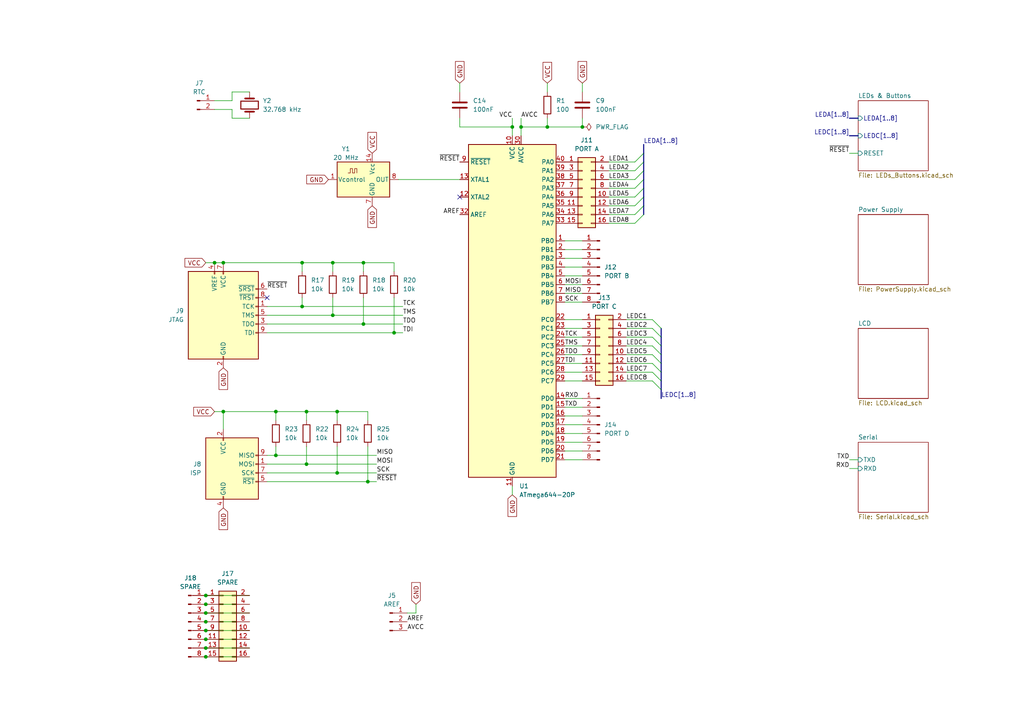
<source format=kicad_sch>
(kicad_sch (version 20211123) (generator eeschema)
  (paper "A4")
  (lib_symbols
    (symbol "Connector:AVR-ISP-10" (pin_names (offset 1.016))
      (property "Reference" "J" (at -6.35 11.43 0))
      (property "Value" "AVR-ISP-10" (at 0 11.43 0))
      (symbol "AVR-ISP-10_0_1"
        (rectangle (start -2.667 -6.858) (end -2.413 -7.62))
        (rectangle (start -2.667 10.16) (end -2.413 9.398))
        (rectangle (start 7.62 -2.413) (end 6.858 -2.667))
        (rectangle (start 7.62 0.127) (end 6.858 -0.127))
        (rectangle (start 7.62 2.667) (end 6.858 2.413))
        (rectangle (start 7.62 5.207) (end 6.858 4.953))
        (rectangle (start 7.62 10.16) (end -7.62 -7.62) (stroke (width 0.254)) (fill (type background)))
      )
      (symbol "AVR-ISP-10_1_1"
        (pin passive line (at 10.16 2.54 180) (length 2.54) (name "MOSI") (number "1"))
        (pin passive line (at -2.54 -10.16 90) (length 2.54) hide (name "GND") (number "10"))
        (pin passive line (at -2.54 12.7 270) (length 2.54) (name "VCC") (number "2"))
        (pin no_connect line (at 7.62 -5.08 180) (length 2.54) hide (name "NC") (number "3"))
        (pin passive line (at -2.54 -10.16 90) (length 2.54) (name "GND") (number "4"))
        (pin passive line (at 10.16 -2.54 180) (length 2.54) (name "~{RST}") (number "5"))
        (pin passive line (at -2.54 -10.16 90) (length 2.54) hide (name "GND") (number "6"))
        (pin passive line (at 10.16 0 180) (length 2.54) (name "SCK") (number "7"))
        (pin passive line (at -2.54 -10.16 90) (length 2.54) hide (name "GND") (number "8"))
        (pin passive line (at 10.16 5.08 180) (length 2.54) (name "MISO") (number "9"))
      )
    )
    (symbol "Connector:AVR-JTAG-10" (pin_names (offset 1.016))
      (property "Reference" "J" (at -8.89 13.97 0))
      (property "Value" "AVR-JTAG-10" (at 1.27 13.97 0))
      (symbol "AVR-JTAG-10_0_1"
        (rectangle (start -2.667 12.7) (end -2.413 11.938))
        (rectangle (start -0.127 -11.938) (end 0.127 -12.7))
        (rectangle (start -0.127 12.7) (end 0.127 11.938))
        (rectangle (start 10.16 -4.953) (end 9.398 -5.207))
        (rectangle (start 10.16 -2.413) (end 9.398 -2.667))
        (rectangle (start 10.16 0.127) (end 9.398 -0.127))
        (rectangle (start 10.16 2.667) (end 9.398 2.413))
        (rectangle (start 10.16 5.207) (end 9.398 4.953))
        (rectangle (start 10.16 7.747) (end 9.398 7.493))
        (rectangle (start 10.16 12.7) (end -10.16 -12.7) (stroke (width 0.254)) (fill (type background)))
      )
      (symbol "AVR-JTAG-10_1_1"
        (pin passive line (at 12.7 2.54 180) (length 2.54) (name "TCK") (number "1"))
        (pin passive line (at 0 -15.24 90) (length 2.54) hide (name "GND") (number "10"))
        (pin passive line (at 0 -15.24 90) (length 2.54) (name "GND") (number "2"))
        (pin passive line (at 12.7 -2.54 180) (length 2.54) (name "TDO") (number "3"))
        (pin passive line (at -2.54 15.24 270) (length 2.54) (name "VREF") (number "4"))
        (pin passive line (at 12.7 0 180) (length 2.54) (name "TMS") (number "5"))
        (pin passive line (at 12.7 7.62 180) (length 2.54) (name "~{SRST}") (number "6"))
        (pin passive line (at 0 15.24 270) (length 2.54) (name "VCC") (number "7"))
        (pin passive line (at 12.7 5.08 180) (length 2.54) (name "~{TRST}") (number "8"))
        (pin passive line (at 12.7 -5.08 180) (length 2.54) (name "TDI") (number "9"))
      )
    )
    (symbol "Connector:Conn_01x02_Male" (pin_names (offset 1.016) hide)
      (property "Reference" "J" (at 0 2.54 0))
      (property "Value" "Conn_01x02_Male" (at 0 -5.08 0))
      (symbol "Conn_01x02_Male_1_1"
        (polyline (pts (xy 1.27 -2.54) (xy 0.8636 -2.54)) (stroke (width 0.1524)))
        (polyline (pts (xy 1.27 0) (xy 0.8636 0)) (stroke (width 0.1524)))
        (rectangle (start 0.8636 -2.413) (end 0 -2.667) (stroke (width 0.1524)) (fill (type outline)))
        (rectangle (start 0.8636 0.127) (end 0 -0.127) (stroke (width 0.1524)) (fill (type outline)))
        (pin passive line (at 5.08 0 180) (length 3.81) (name "Pin_1") (number "1"))
        (pin passive line (at 5.08 -2.54 180) (length 3.81) (name "Pin_2") (number "2"))
      )
    )
    (symbol "Connector:Conn_01x03_Male" (pin_names (offset 1.016) hide)
      (property "Reference" "J" (at 0 5.08 0))
      (property "Value" "Conn_01x03_Male" (at 0 -5.08 0))
      (symbol "Conn_01x03_Male_1_1"
        (polyline (pts (xy 1.27 -2.54) (xy 0.8636 -2.54)) (stroke (width 0.1524)))
        (polyline (pts (xy 1.27 0) (xy 0.8636 0)) (stroke (width 0.1524)))
        (polyline (pts (xy 1.27 2.54) (xy 0.8636 2.54)) (stroke (width 0.1524)))
        (rectangle (start 0.8636 -2.413) (end 0 -2.667) (stroke (width 0.1524)) (fill (type outline)))
        (rectangle (start 0.8636 0.127) (end 0 -0.127) (stroke (width 0.1524)) (fill (type outline)))
        (rectangle (start 0.8636 2.667) (end 0 2.413) (stroke (width 0.1524)) (fill (type outline)))
        (pin passive line (at 5.08 2.54 180) (length 3.81) (name "Pin_1") (number "1"))
        (pin passive line (at 5.08 0 180) (length 3.81) (name "Pin_2") (number "2"))
        (pin passive line (at 5.08 -2.54 180) (length 3.81) (name "Pin_3") (number "3"))
      )
    )
    (symbol "Connector:Conn_01x08_Male" (pin_names (offset 1.016) hide)
      (property "Reference" "J" (at 0 10.16 0))
      (property "Value" "Conn_01x08_Male" (at 0 -12.7 0))
      (symbol "Conn_01x08_Male_1_1"
        (polyline (pts (xy 1.27 -10.16) (xy 0.8636 -10.16)) (stroke (width 0.1524)))
        (polyline (pts (xy 1.27 -7.62) (xy 0.8636 -7.62)) (stroke (width 0.1524)))
        (polyline (pts (xy 1.27 -5.08) (xy 0.8636 -5.08)) (stroke (width 0.1524)))
        (polyline (pts (xy 1.27 -2.54) (xy 0.8636 -2.54)) (stroke (width 0.1524)))
        (polyline (pts (xy 1.27 0) (xy 0.8636 0)) (stroke (width 0.1524)))
        (polyline (pts (xy 1.27 2.54) (xy 0.8636 2.54)) (stroke (width 0.1524)))
        (polyline (pts (xy 1.27 5.08) (xy 0.8636 5.08)) (stroke (width 0.1524)))
        (polyline (pts (xy 1.27 7.62) (xy 0.8636 7.62)) (stroke (width 0.1524)))
        (rectangle (start 0.8636 -10.033) (end 0 -10.287) (stroke (width 0.1524)) (fill (type outline)))
        (rectangle (start 0.8636 -7.493) (end 0 -7.747) (stroke (width 0.1524)) (fill (type outline)))
        (rectangle (start 0.8636 -4.953) (end 0 -5.207) (stroke (width 0.1524)) (fill (type outline)))
        (rectangle (start 0.8636 -2.413) (end 0 -2.667) (stroke (width 0.1524)) (fill (type outline)))
        (rectangle (start 0.8636 0.127) (end 0 -0.127) (stroke (width 0.1524)) (fill (type outline)))
        (rectangle (start 0.8636 2.667) (end 0 2.413) (stroke (width 0.1524)) (fill (type outline)))
        (rectangle (start 0.8636 5.207) (end 0 4.953) (stroke (width 0.1524)) (fill (type outline)))
        (rectangle (start 0.8636 7.747) (end 0 7.493) (stroke (width 0.1524)) (fill (type outline)))
        (pin passive line (at 5.08 7.62 180) (length 3.81) (name "Pin_1") (number "1"))
        (pin passive line (at 5.08 5.08 180) (length 3.81) (name "Pin_2") (number "2"))
        (pin passive line (at 5.08 2.54 180) (length 3.81) (name "Pin_3") (number "3"))
        (pin passive line (at 5.08 0 180) (length 3.81) (name "Pin_4") (number "4"))
        (pin passive line (at 5.08 -2.54 180) (length 3.81) (name "Pin_5") (number "5"))
        (pin passive line (at 5.08 -5.08 180) (length 3.81) (name "Pin_6") (number "6"))
        (pin passive line (at 5.08 -7.62 180) (length 3.81) (name "Pin_7") (number "7"))
        (pin passive line (at 5.08 -10.16 180) (length 3.81) (name "Pin_8") (number "8"))
      )
    )
    (symbol "Connector_Generic:Conn_02x08_Odd_Even" (pin_names (offset 1.016) hide)
      (property "Reference" "J" (at 1.27 10.16 0))
      (property "Value" "Conn_02x08_Odd_Even" (at 1.27 -12.7 0))
      (symbol "Conn_02x08_Odd_Even_1_1"
        (rectangle (start -1.27 -10.033) (end 0 -10.287) (stroke (width 0.1524)))
        (rectangle (start -1.27 -7.493) (end 0 -7.747) (stroke (width 0.1524)))
        (rectangle (start -1.27 -4.953) (end 0 -5.207) (stroke (width 0.1524)))
        (rectangle (start -1.27 -2.413) (end 0 -2.667) (stroke (width 0.1524)))
        (rectangle (start -1.27 0.127) (end 0 -0.127) (stroke (width 0.1524)))
        (rectangle (start -1.27 2.667) (end 0 2.413) (stroke (width 0.1524)))
        (rectangle (start -1.27 5.207) (end 0 4.953) (stroke (width 0.1524)))
        (rectangle (start -1.27 7.747) (end 0 7.493) (stroke (width 0.1524)))
        (rectangle (start -1.27 8.89) (end 3.81 -11.43) (stroke (width 0.254)) (fill (type background)))
        (rectangle (start 3.81 -10.033) (end 2.54 -10.287) (stroke (width 0.1524)))
        (rectangle (start 3.81 -7.493) (end 2.54 -7.747) (stroke (width 0.1524)))
        (rectangle (start 3.81 -4.953) (end 2.54 -5.207) (stroke (width 0.1524)))
        (rectangle (start 3.81 -2.413) (end 2.54 -2.667) (stroke (width 0.1524)))
        (rectangle (start 3.81 0.127) (end 2.54 -0.127) (stroke (width 0.1524)))
        (rectangle (start 3.81 2.667) (end 2.54 2.413) (stroke (width 0.1524)))
        (rectangle (start 3.81 5.207) (end 2.54 4.953) (stroke (width 0.1524)))
        (rectangle (start 3.81 7.747) (end 2.54 7.493) (stroke (width 0.1524)))
        (pin passive line (at -5.08 7.62 0) (length 3.81) (name "Pin_1") (number "1"))
        (pin passive line (at 7.62 -2.54 180) (length 3.81) (name "Pin_10") (number "10"))
        (pin passive line (at -5.08 -5.08 0) (length 3.81) (name "Pin_11") (number "11"))
        (pin passive line (at 7.62 -5.08 180) (length 3.81) (name "Pin_12") (number "12"))
        (pin passive line (at -5.08 -7.62 0) (length 3.81) (name "Pin_13") (number "13"))
        (pin passive line (at 7.62 -7.62 180) (length 3.81) (name "Pin_14") (number "14"))
        (pin passive line (at -5.08 -10.16 0) (length 3.81) (name "Pin_15") (number "15"))
        (pin passive line (at 7.62 -10.16 180) (length 3.81) (name "Pin_16") (number "16"))
        (pin passive line (at 7.62 7.62 180) (length 3.81) (name "Pin_2") (number "2"))
        (pin passive line (at -5.08 5.08 0) (length 3.81) (name "Pin_3") (number "3"))
        (pin passive line (at 7.62 5.08 180) (length 3.81) (name "Pin_4") (number "4"))
        (pin passive line (at -5.08 2.54 0) (length 3.81) (name "Pin_5") (number "5"))
        (pin passive line (at 7.62 2.54 180) (length 3.81) (name "Pin_6") (number "6"))
        (pin passive line (at -5.08 0 0) (length 3.81) (name "Pin_7") (number "7"))
        (pin passive line (at 7.62 0 180) (length 3.81) (name "Pin_8") (number "8"))
        (pin passive line (at -5.08 -2.54 0) (length 3.81) (name "Pin_9") (number "9"))
      )
    )
    (symbol "Device:C" (pin_numbers hide) (pin_names (offset 0.254))
      (property "Reference" "C" (at 0.635 2.54 0))
      (property "Value" "C" (at 0.635 -2.54 0))
      (symbol "C_0_1"
        (polyline (pts (xy -2.032 -0.762) (xy 2.032 -0.762)) (stroke (width 0.508)))
        (polyline (pts (xy -2.032 0.762) (xy 2.032 0.762)) (stroke (width 0.508)))
      )
      (symbol "C_1_1"
        (pin passive line (at 0 3.81 270) (length 2.794) (name "~") (number "1"))
        (pin passive line (at 0 -3.81 90) (length 2.794) (name "~") (number "2"))
      )
    )
    (symbol "Device:Crystal" (pin_numbers hide) (pin_names (offset 1.016) hide)
      (property "Reference" "Y" (at 0 3.81 0))
      (property "Value" "Crystal" (at 0 -3.81 0))
      (symbol "Crystal_0_1"
        (rectangle (start -1.143 2.54) (end 1.143 -2.54) (stroke (width 0.3048)))
        (polyline (pts (xy -2.54 0) (xy -1.905 0)))
        (polyline (pts (xy -1.905 -1.27) (xy -1.905 1.27)) (stroke (width 0.508)))
        (polyline (pts (xy 1.905 -1.27) (xy 1.905 1.27)) (stroke (width 0.508)))
        (polyline (pts (xy 2.54 0) (xy 1.905 0)))
      )
      (symbol "Crystal_1_1"
        (pin passive line (at -3.81 0 0) (length 1.27) (name "1") (number "1"))
        (pin passive line (at 3.81 0 180) (length 1.27) (name "2") (number "2"))
      )
    )
    (symbol "Device:R" (pin_numbers hide) (pin_names (offset 0))
      (property "Reference" "R" (at 2.032 0 90))
      (property "Value" "R" (at 0 0 90))
      (symbol "R_0_1"
        (rectangle (start -1.016 -2.54) (end 1.016 2.54) (stroke (width 0.254)))
      )
      (symbol "R_1_1"
        (pin passive line (at 0 3.81 270) (length 1.27) (name "~") (number "1"))
        (pin passive line (at 0 -3.81 90) (length 1.27) (name "~") (number "2"))
      )
    )
    (symbol "MCU_Microchip_ATmega:ATmega644-20P"
      (property "Reference" "U" (at -12.7 49.53 0))
      (property "Value" "ATmega644-20P" (at 2.54 -49.53 0))
      (symbol "ATmega644-20P_0_1"
        (rectangle (start -12.7 -48.26) (end 12.7 48.26) (stroke (width 0.254)) (fill (type background)))
      )
      (symbol "ATmega644-20P_1_1"
        (pin bidirectional line (at 15.24 20.32 180) (length 2.54) (name "PB0") (number "1"))
        (pin power_in line (at 0 50.8 270) (length 2.54) (name "VCC") (number "10"))
        (pin power_in line (at 0 -50.8 90) (length 2.54) (name "GND") (number "11"))
        (pin output line (at -15.24 33.02 0) (length 2.54) (name "XTAL2") (number "12"))
        (pin input line (at -15.24 38.1 0) (length 2.54) (name "XTAL1") (number "13"))
        (pin bidirectional line (at 15.24 -25.4 180) (length 2.54) (name "PD0") (number "14"))
        (pin bidirectional line (at 15.24 -27.94 180) (length 2.54) (name "PD1") (number "15"))
        (pin bidirectional line (at 15.24 -30.48 180) (length 2.54) (name "PD2") (number "16"))
        (pin bidirectional line (at 15.24 -33.02 180) (length 2.54) (name "PD3") (number "17"))
        (pin bidirectional line (at 15.24 -35.56 180) (length 2.54) (name "PD4") (number "18"))
        (pin bidirectional line (at 15.24 -38.1 180) (length 2.54) (name "PD5") (number "19"))
        (pin bidirectional line (at 15.24 17.78 180) (length 2.54) (name "PB1") (number "2"))
        (pin bidirectional line (at 15.24 -40.64 180) (length 2.54) (name "PD6") (number "20"))
        (pin bidirectional line (at 15.24 -43.18 180) (length 2.54) (name "PD7") (number "21"))
        (pin bidirectional line (at 15.24 -2.54 180) (length 2.54) (name "PC0") (number "22"))
        (pin bidirectional line (at 15.24 -5.08 180) (length 2.54) (name "PC1") (number "23"))
        (pin bidirectional line (at 15.24 -7.62 180) (length 2.54) (name "PC2") (number "24"))
        (pin bidirectional line (at 15.24 -10.16 180) (length 2.54) (name "PC3") (number "25"))
        (pin bidirectional line (at 15.24 -12.7 180) (length 2.54) (name "PC4") (number "26"))
        (pin bidirectional line (at 15.24 -15.24 180) (length 2.54) (name "PC5") (number "27"))
        (pin bidirectional line (at 15.24 -17.78 180) (length 2.54) (name "PC6") (number "28"))
        (pin bidirectional line (at 15.24 -20.32 180) (length 2.54) (name "PC7") (number "29"))
        (pin bidirectional line (at 15.24 15.24 180) (length 2.54) (name "PB2") (number "3"))
        (pin power_in line (at 2.54 50.8 270) (length 2.54) (name "AVCC") (number "30"))
        (pin passive line (at 0 -50.8 90) (length 2.54) hide (name "GND") (number "31"))
        (pin passive line (at -15.24 27.94 0) (length 2.54) (name "AREF") (number "32"))
        (pin bidirectional line (at 15.24 25.4 180) (length 2.54) (name "PA7") (number "33"))
        (pin bidirectional line (at 15.24 27.94 180) (length 2.54) (name "PA6") (number "34"))
        (pin bidirectional line (at 15.24 30.48 180) (length 2.54) (name "PA5") (number "35"))
        (pin bidirectional line (at 15.24 33.02 180) (length 2.54) (name "PA4") (number "36"))
        (pin bidirectional line (at 15.24 35.56 180) (length 2.54) (name "PA3") (number "37"))
        (pin bidirectional line (at 15.24 38.1 180) (length 2.54) (name "PA2") (number "38"))
        (pin bidirectional line (at 15.24 40.64 180) (length 2.54) (name "PA1") (number "39"))
        (pin bidirectional line (at 15.24 12.7 180) (length 2.54) (name "PB3") (number "4"))
        (pin bidirectional line (at 15.24 43.18 180) (length 2.54) (name "PA0") (number "40"))
        (pin bidirectional line (at 15.24 10.16 180) (length 2.54) (name "PB4") (number "5"))
        (pin bidirectional line (at 15.24 7.62 180) (length 2.54) (name "PB5") (number "6"))
        (pin bidirectional line (at 15.24 5.08 180) (length 2.54) (name "PB6") (number "7"))
        (pin bidirectional line (at 15.24 2.54 180) (length 2.54) (name "PB7") (number "8"))
        (pin input line (at -15.24 43.18 0) (length 2.54) (name "~{RESET}") (number "9"))
      )
    )
    (symbol "Oscillator:OCXO-14" (pin_names (offset 0.254))
      (property "Reference" "X" (at -5.08 6.35 0))
      (property "Value" "OCXO-14" (at 1.27 -6.35 0))
      (symbol "OCXO-14_0_1"
        (rectangle (start -10.16 5.08) (end 5.08 -5.08) (stroke (width 0.254)) (fill (type background)))
        (polyline (pts (xy -6.985 1.905) (xy -6.35 1.905) (xy -6.35 3.175) (xy -5.715 3.175) (xy -5.715 1.905) (xy -5.08 1.905) (xy -5.08 3.175) (xy -4.445 3.175) (xy -4.445 1.905)))
      )
      (symbol "OCXO-14_1_1"
        (pin input line (at -12.7 0 0) (length 2.54) (name "Vcontrol") (number "1"))
        (pin power_in line (at 0 7.62 270) (length 2.54) (name "Vcc") (number "14"))
        (pin power_in line (at 0 -7.62 90) (length 2.54) (name "GND") (number "7"))
        (pin output line (at 7.62 0 180) (length 2.54) (name "OUT") (number "8"))
      )
    )
    (symbol "power:PWR_FLAG" (power) (pin_numbers hide) (pin_names (offset 0) hide)
      (property "Value" "PWR_FLAG" (at 0 3.81 0))
      (symbol "PWR_FLAG_0_0"
        (pin power_out line (at 0 0 90) (length 0) (name "pwr") (number "1"))
      )
      (symbol "PWR_FLAG_0_1"
        (polyline (pts (xy 0 0) (xy 0 1.27) (xy -1.016 1.905) (xy 0 2.54) (xy 1.016 1.905) (xy 0 1.27)))
      )
    )
  )
  (junction (at 168.91 36.83))
  (junction (at 87.63 88.9))
  (junction (at 105.41 76.2))
  (junction (at 59.69 177.8))
  (junction (at 59.69 172.72))
  (junction (at 106.68 139.7))
  (junction (at 148.59 36.83))
  (junction (at 105.41 93.98))
  (junction (at 87.63 76.2))
  (junction (at 97.79 137.16))
  (junction (at 59.69 190.5))
  (junction (at 59.69 182.88))
  (junction (at 97.79 119.38))
  (junction (at 96.52 91.44))
  (junction (at 88.9 134.62))
  (junction (at 64.77 76.2))
  (junction (at 62.23 76.2))
  (junction (at 80.01 119.38))
  (junction (at 114.3 96.52))
  (junction (at 151.13 36.83))
  (junction (at 80.01 132.08))
  (junction (at 59.69 180.34))
  (junction (at 96.52 76.2))
  (junction (at 59.69 187.96))
  (junction (at 64.77 119.38))
  (junction (at 88.9 119.38))
  (junction (at 158.75 36.83))
  (junction (at 59.69 185.42))
  (junction (at 59.69 175.26))
  (no_connect (at 133.35 57.15))
  (no_connect (at 77.47 86.36))
  (bus_entry (at 191.77 95.25) (size -2.54 -2.54))
  (bus_entry (at 186.69 46.99) (size -2.54 2.54))
  (bus_entry (at 191.77 113.03) (size -2.54 -2.54))
  (bus_entry (at 191.77 105.41) (size -2.54 -2.54))
  (bus_entry (at 191.77 100.33) (size -2.54 -2.54))
  (bus_entry (at 186.69 54.61) (size -2.54 2.54))
  (bus_entry (at 191.77 107.95) (size -2.54 -2.54))
  (bus_entry (at 191.77 102.87) (size -2.54 -2.54))
  (bus_entry (at 191.77 97.79) (size -2.54 -2.54))
  (bus_entry (at 186.69 59.69) (size -2.54 2.54))
  (bus_entry (at 186.69 57.15) (size -2.54 2.54))
  (bus_entry (at 186.69 52.07) (size -2.54 2.54))
  (bus_entry (at 186.69 44.45) (size -2.54 2.54))
  (bus_entry (at 191.77 110.49) (size -2.54 -2.54))
  (bus_entry (at 186.69 62.23) (size -2.54 2.54))
  (bus_entry (at 186.69 49.53) (size -2.54 2.54))
  (wire (pts (xy 59.69 76.2) (xy 62.23 76.2)))
  (wire (pts (xy 181.61 100.33) (xy 189.23 100.33)))
  (wire (pts (xy 163.83 100.33) (xy 168.91 100.33)))
  (wire (pts (xy 59.69 190.5) (xy 72.39 190.5)))
  (wire (pts (xy 176.53 46.99) (xy 184.15 46.99)))
  (bus (pts (xy 191.77 97.79) (xy 191.77 100.33)))
  (wire (pts (xy 181.61 110.49) (xy 189.23 110.49)))
  (wire (pts (xy 96.52 76.2) (xy 105.41 76.2)))
  (wire (pts (xy 163.83 118.11) (xy 168.91 118.11)))
  (wire (pts (xy 163.83 77.47) (xy 168.91 77.47)))
  (wire (pts (xy 246.38 135.89) (xy 248.92 135.89)))
  (wire (pts (xy 163.83 85.09) (xy 168.91 85.09)))
  (wire (pts (xy 106.68 139.7) (xy 106.68 129.54)))
  (wire (pts (xy 97.79 137.16) (xy 109.22 137.16)))
  (wire (pts (xy 176.53 59.69) (xy 184.15 59.69)))
  (wire (pts (xy 59.69 182.88) (xy 72.39 182.88)))
  (wire (pts (xy 80.01 132.08) (xy 80.01 129.54)))
  (wire (pts (xy 114.3 96.52) (xy 116.84 96.52)))
  (bus (pts (xy 191.77 105.41) (xy 191.77 107.95)))
  (wire (pts (xy 115.57 52.07) (xy 133.35 52.07)))
  (wire (pts (xy 163.83 130.81) (xy 168.91 130.81)))
  (wire (pts (xy 133.35 34.29) (xy 133.35 36.83)))
  (wire (pts (xy 96.52 76.2) (xy 96.52 78.74)))
  (wire (pts (xy 168.91 24.13) (xy 168.91 26.67)))
  (wire (pts (xy 163.83 107.95) (xy 168.91 107.95)))
  (bus (pts (xy 186.69 44.45) (xy 186.69 46.99)))
  (wire (pts (xy 96.52 91.44) (xy 116.84 91.44)))
  (wire (pts (xy 133.35 24.13) (xy 133.35 26.67)))
  (wire (pts (xy 80.01 132.08) (xy 109.22 132.08)))
  (bus (pts (xy 191.77 110.49) (xy 191.77 113.03)))
  (wire (pts (xy 77.47 91.44) (xy 96.52 91.44)))
  (wire (pts (xy 67.31 34.29) (xy 72.39 34.29)))
  (wire (pts (xy 77.47 93.98) (xy 105.41 93.98)))
  (wire (pts (xy 181.61 105.41) (xy 189.23 105.41)))
  (wire (pts (xy 168.91 36.83) (xy 158.75 36.83)))
  (wire (pts (xy 106.68 119.38) (xy 97.79 119.38)))
  (wire (pts (xy 176.53 49.53) (xy 184.15 49.53)))
  (wire (pts (xy 97.79 121.92) (xy 97.79 119.38)))
  (wire (pts (xy 181.61 92.71) (xy 189.23 92.71)))
  (wire (pts (xy 105.41 76.2) (xy 114.3 76.2)))
  (wire (pts (xy 163.83 125.73) (xy 168.91 125.73)))
  (wire (pts (xy 158.75 24.13) (xy 158.75 26.67)))
  (wire (pts (xy 59.69 187.96) (xy 72.39 187.96)))
  (wire (pts (xy 59.69 180.34) (xy 72.39 180.34)))
  (wire (pts (xy 88.9 134.62) (xy 109.22 134.62)))
  (bus (pts (xy 186.69 49.53) (xy 186.69 52.07)))
  (wire (pts (xy 80.01 119.38) (xy 80.01 121.92)))
  (wire (pts (xy 87.63 76.2) (xy 96.52 76.2)))
  (wire (pts (xy 158.75 36.83) (xy 151.13 36.83)))
  (wire (pts (xy 163.83 92.71) (xy 168.91 92.71)))
  (wire (pts (xy 62.23 29.21) (xy 67.31 29.21)))
  (wire (pts (xy 87.63 88.9) (xy 116.84 88.9)))
  (wire (pts (xy 67.31 29.21) (xy 67.31 26.67)))
  (wire (pts (xy 163.83 95.25) (xy 168.91 95.25)))
  (wire (pts (xy 106.68 139.7) (xy 109.22 139.7)))
  (wire (pts (xy 163.83 115.57) (xy 168.91 115.57)))
  (wire (pts (xy 106.68 121.92) (xy 106.68 119.38)))
  (wire (pts (xy 181.61 107.95) (xy 189.23 107.95)))
  (bus (pts (xy 191.77 113.03) (xy 191.77 115.57)))
  (wire (pts (xy 181.61 97.79) (xy 189.23 97.79)))
  (wire (pts (xy 163.83 74.93) (xy 168.91 74.93)))
  (bus (pts (xy 191.77 102.87) (xy 191.77 105.41)))
  (wire (pts (xy 105.41 93.98) (xy 116.84 93.98)))
  (wire (pts (xy 88.9 119.38) (xy 80.01 119.38)))
  (wire (pts (xy 163.83 87.63) (xy 168.91 87.63)))
  (wire (pts (xy 88.9 121.92) (xy 88.9 119.38)))
  (wire (pts (xy 176.53 52.07) (xy 184.15 52.07)))
  (wire (pts (xy 87.63 76.2) (xy 87.63 78.74)))
  (wire (pts (xy 77.47 134.62) (xy 88.9 134.62)))
  (wire (pts (xy 168.91 34.29) (xy 168.91 36.83)))
  (bus (pts (xy 186.69 54.61) (xy 186.69 57.15)))
  (wire (pts (xy 114.3 86.36) (xy 114.3 96.52)))
  (wire (pts (xy 96.52 86.36) (xy 96.52 91.44)))
  (wire (pts (xy 163.83 123.19) (xy 168.91 123.19)))
  (wire (pts (xy 133.35 36.83) (xy 148.59 36.83)))
  (wire (pts (xy 64.77 119.38) (xy 80.01 119.38)))
  (bus (pts (xy 186.69 46.99) (xy 186.69 49.53)))
  (wire (pts (xy 163.83 80.01) (xy 168.91 80.01)))
  (wire (pts (xy 163.83 110.49) (xy 168.91 110.49)))
  (wire (pts (xy 59.69 175.26) (xy 72.39 175.26)))
  (wire (pts (xy 163.83 97.79) (xy 168.91 97.79)))
  (wire (pts (xy 246.38 133.35) (xy 248.92 133.35)))
  (bus (pts (xy 191.77 95.25) (xy 191.77 97.79)))
  (wire (pts (xy 67.31 26.67) (xy 72.39 26.67)))
  (wire (pts (xy 151.13 36.83) (xy 151.13 39.37)))
  (wire (pts (xy 77.47 139.7) (xy 106.68 139.7)))
  (wire (pts (xy 148.59 143.51) (xy 148.59 140.97)))
  (bus (pts (xy 186.69 41.91) (xy 186.69 44.45)))
  (wire (pts (xy 176.53 57.15) (xy 184.15 57.15)))
  (wire (pts (xy 120.65 177.8) (xy 118.11 177.8)))
  (wire (pts (xy 163.83 133.35) (xy 168.91 133.35)))
  (wire (pts (xy 59.69 177.8) (xy 72.39 177.8)))
  (wire (pts (xy 176.53 54.61) (xy 184.15 54.61)))
  (wire (pts (xy 62.23 76.2) (xy 64.77 76.2)))
  (wire (pts (xy 246.38 44.45) (xy 248.92 44.45)))
  (wire (pts (xy 158.75 34.29) (xy 158.75 36.83)))
  (wire (pts (xy 163.83 120.65) (xy 168.91 120.65)))
  (wire (pts (xy 105.41 86.36) (xy 105.41 93.98)))
  (wire (pts (xy 59.69 172.72) (xy 72.39 172.72)))
  (bus (pts (xy 191.77 100.33) (xy 191.77 102.87)))
  (wire (pts (xy 120.65 175.26) (xy 120.65 177.8)))
  (wire (pts (xy 77.47 96.52) (xy 114.3 96.52)))
  (wire (pts (xy 181.61 102.87) (xy 189.23 102.87)))
  (wire (pts (xy 163.83 82.55) (xy 168.91 82.55)))
  (wire (pts (xy 77.47 137.16) (xy 97.79 137.16)))
  (bus (pts (xy 246.38 34.29) (xy 248.92 34.29)))
  (wire (pts (xy 59.69 185.42) (xy 72.39 185.42)))
  (wire (pts (xy 62.23 31.75) (xy 67.31 31.75)))
  (wire (pts (xy 148.59 34.29) (xy 148.59 36.83)))
  (wire (pts (xy 64.77 124.46) (xy 64.77 119.38)))
  (wire (pts (xy 97.79 119.38) (xy 88.9 119.38)))
  (wire (pts (xy 163.83 102.87) (xy 168.91 102.87)))
  (wire (pts (xy 87.63 86.36) (xy 87.63 88.9)))
  (bus (pts (xy 186.69 57.15) (xy 186.69 59.69)))
  (bus (pts (xy 186.69 59.69) (xy 186.69 62.23)))
  (wire (pts (xy 151.13 34.29) (xy 151.13 36.83)))
  (wire (pts (xy 163.83 128.27) (xy 168.91 128.27)))
  (wire (pts (xy 148.59 36.83) (xy 148.59 39.37)))
  (wire (pts (xy 163.83 69.85) (xy 168.91 69.85)))
  (wire (pts (xy 88.9 134.62) (xy 88.9 129.54)))
  (bus (pts (xy 246.38 39.37) (xy 248.92 39.37)))
  (wire (pts (xy 97.79 137.16) (xy 97.79 129.54)))
  (wire (pts (xy 105.41 76.2) (xy 105.41 78.74)))
  (wire (pts (xy 181.61 95.25) (xy 189.23 95.25)))
  (wire (pts (xy 176.53 64.77) (xy 184.15 64.77)))
  (wire (pts (xy 163.83 72.39) (xy 168.91 72.39)))
  (wire (pts (xy 77.47 132.08) (xy 80.01 132.08)))
  (wire (pts (xy 114.3 76.2) (xy 114.3 78.74)))
  (wire (pts (xy 62.23 119.38) (xy 64.77 119.38)))
  (wire (pts (xy 77.47 88.9) (xy 87.63 88.9)))
  (wire (pts (xy 176.53 62.23) (xy 184.15 62.23)))
  (wire (pts (xy 64.77 76.2) (xy 87.63 76.2)))
  (bus (pts (xy 186.69 52.07) (xy 186.69 54.61)))
  (bus (pts (xy 191.77 107.95) (xy 191.77 110.49)))
  (wire (pts (xy 163.83 105.41) (xy 168.91 105.41)))
  (wire (pts (xy 67.31 31.75) (xy 67.31 34.29)))
  (label "TCK" (at 163.83 97.79 0))
  (label "LEDC7" (at 181.61 107.95 0))
  (label "RXD" (at 246.38 135.89 180))
  (label "MISO" (at 109.22 132.08 0))
  (label "TDI" (at 116.84 96.52 0))
  (label "TMS" (at 116.84 91.44 0))
  (label "TMS" (at 163.83 100.33 0))
  (label "MOSI" (at 163.83 82.55 0))
  (label "TDO" (at 163.83 102.87 0))
  (label "LEDC4" (at 181.61 100.33 0))
  (label "SCK" (at 109.22 137.16 0))
  (label "~{RESET}" (at 246.38 44.45 180))
  (label "LEDA3" (at 176.53 52.07 0))
  (label "MISO" (at 163.83 85.09 0))
  (label "LEDC8" (at 181.61 110.49 0))
  (label "LEDA6" (at 176.53 59.69 0))
  (label "LEDA7" (at 176.53 62.23 0))
  (label "LEDA8" (at 176.53 64.77 0))
  (label "TXD" (at 163.83 118.11 0))
  (label "VCC" (at 148.59 34.29 180))
  (label "LEDA[1..8]" (at 186.69 41.91 0))
  (label "MOSI" (at 109.22 134.62 0))
  (label "LEDA1" (at 176.53 46.99 0))
  (label "~{RESET}" (at 133.35 46.99 180))
  (label "TCK" (at 116.84 88.9 0))
  (label "LEDA[1..8]" (at 246.38 34.29 180))
  (label "LEDC1" (at 181.61 92.71 0))
  (label "AREF" (at 133.35 62.23 180))
  (label "LEDC2" (at 181.61 95.25 0))
  (label "SCK" (at 163.83 87.63 0))
  (label "~{RESET}" (at 77.47 83.82 0))
  (label "AVCC" (at 118.11 182.88 0))
  (label "RXD" (at 163.83 115.57 0))
  (label "LEDC[1..8]" (at 191.77 115.57 0))
  (label "TDI" (at 163.83 105.41 0))
  (label "LEDC3" (at 181.61 97.79 0))
  (label "AVCC" (at 151.13 34.29 0))
  (label "LEDA4" (at 176.53 54.61 0))
  (label "LEDA5" (at 176.53 57.15 0))
  (label "TXD" (at 246.38 133.35 180))
  (label "LEDC6" (at 181.61 105.41 0))
  (label "~{RESET}" (at 109.22 139.7 0))
  (label "LEDC[1..8]" (at 246.38 39.37 180))
  (label "TDO" (at 116.84 93.98 0))
  (label "LEDA2" (at 176.53 49.53 0))
  (label "AREF" (at 118.11 180.34 0))
  (label "LEDC5" (at 181.61 102.87 0))
  (global_label "GND" (shape input) (at 168.91 24.13 90) (property "Intersheet References" "${INTERSHEET_REFS}" (effects hide)))
  (global_label "GND" (shape input) (at 107.95 59.69 270) (property "Intersheet References" "${INTERSHEET_REFS}" (effects hide)))
  (global_label "GND" (shape input) (at 120.65 175.26 90) (property "Intersheet References" "${INTERSHEET_REFS}" (effects hide)))
  (global_label "GND" (shape input) (at 133.35 24.13 90) (property "Intersheet References" "${INTERSHEET_REFS}" (effects hide)))
  (global_label "VCC" (shape input) (at 107.95 44.45 90) (property "Intersheet References" "${INTERSHEET_REFS}" (effects hide)))
  (global_label "GND" (shape input) (at 148.59 143.51 270) (property "Intersheet References" "${INTERSHEET_REFS}" (effects hide)))
  (global_label "GND" (shape input) (at 95.25 52.07 180) (property "Intersheet References" "${INTERSHEET_REFS}" (effects hide)))
  (global_label "VCC" (shape input) (at 158.75 24.13 90) (property "Intersheet References" "${INTERSHEET_REFS}" (effects hide)))
  (global_label "GND" (shape input) (at 64.77 147.32 270) (property "Intersheet References" "${INTERSHEET_REFS}" (effects hide)))
  (global_label "VCC" (shape input) (at 62.23 119.38 180) (property "Intersheet References" "${INTERSHEET_REFS}" (effects hide)))
  (global_label "GND" (shape input) (at 64.77 106.68 270) (property "Intersheet References" "${INTERSHEET_REFS}" (effects hide)))
  (global_label "VCC" (shape input) (at 59.69 76.2 180) (property "Intersheet References" "${INTERSHEET_REFS}" (effects hide)))
  (symbol (lib_id "Device:R") (at 105.41 82.55 0) (unit 1)
    (property "Reference" "R18" (at 107.95 81.2799 0) (effects (justify left)))
    (property "Value" "10k" (at 107.95 83.8199 0) (effects (justify left)))
    (property "Footprint" "Resistor_THT:R_Axial_DIN0207_L6.3mm_D2.5mm_P10.16mm_Horizontal" (effects hide))
  )
  (symbol (lib_id "Connector:AVR-ISP-10") (at 67.31 137.16 0) (unit 1)
    (property "Reference" "J8" (at 58.42 134.6199 0) (effects (justify right)))
    (property "Value" "ISP" (at 58.42 137.1599 0) (effects (justify right)))
    (property "Footprint" "Connector_IDC:IDC-Header_2x05_P2.54mm_Vertical" (effects hide))
    (property "Datasheet" " ~" (effects hide))
  )
  (symbol (lib_id "Device:R") (at 114.3 82.55 0) (unit 1)
    (property "Reference" "R20" (at 116.84 81.2799 0) (effects (justify left)))
    (property "Value" "10k" (at 116.84 83.8199 0) (effects (justify left)))
    (property "Footprint" "Resistor_THT:R_Axial_DIN0207_L6.3mm_D2.5mm_P10.16mm_Horizontal" (effects hide))
  )
  (symbol (lib_id "Connector:Conn_01x08_Male") (at 173.99 77.47 0) (mirror y) (unit 1)
    (property "Reference" "J12" (at 175.26 77.4699 0) (effects (justify right)))
    (property "Value" "PORT B" (at 175.26 80.0099 0) (effects (justify right)))
    (property "Footprint" "Connector_PinHeader_2.54mm:PinHeader_1x08_P2.54mm_Vertical" (effects hide))
  )
  (symbol (lib_id "Connector:Conn_01x08_Male") (at 173.99 123.19 0) (mirror y) (unit 1)
    (property "Reference" "J14" (at 175.26 123.1899 0) (effects (justify right)))
    (property "Value" "PORT D" (at 175.26 125.7299 0) (effects (justify right)))
    (property "Footprint" "Connector_PinHeader_2.54mm:PinHeader_1x08_P2.54mm_Vertical" (effects hide))
  )
  (symbol (lib_id "power:PWR_FLAG") (at 168.91 36.83 270) (unit 1)
    (property "Reference" "#FLG0101" (effects hide))
    (property "Value" "PWR_FLAG" (at 172.72 36.8299 90) (effects (justify left)))
  )
  (symbol (lib_id "Device:R") (at 97.79 125.73 0) (unit 1)
    (property "Reference" "R24" (at 100.33 124.4599 0) (effects (justify left)))
    (property "Value" "10k" (at 100.33 126.9999 0) (effects (justify left)))
    (property "Footprint" "Resistor_THT:R_Axial_DIN0207_L6.3mm_D2.5mm_P10.16mm_Horizontal" (effects hide))
  )
  (symbol (lib_id "MCU_Microchip_ATmega:ATmega644-20P") (at 148.59 90.17 0) (unit 1)
    (property "Reference" "U1" (at 150.6094 140.97 0) (effects (justify left)))
    (property "Value" "ATmega644-20P" (at 150.6094 143.51 0) (effects (justify left)))
    (property "Footprint" "Package_DIP:DIP-40_W15.24mm" (effects hide))
    (property "Datasheet" "http://ww1.microchip.com/downloads/en/DeviceDoc/doc2593.pdf" (effects hide))
  )
  (symbol (lib_id "Connector:AVR-JTAG-10") (at 64.77 91.44 0) (unit 1)
    (property "Reference" "J9" (at 53.34 90.1699 0) (effects (justify right)))
    (property "Value" "JTAG" (at 53.34 92.7099 0) (effects (justify right)))
    (property "Footprint" "Connector_IDC:IDC-Header_2x05_P2.54mm_Vertical" (effects hide))
    (property "Datasheet" " ~" (effects hide))
  )
  (symbol (lib_id "Device:R") (at 80.01 125.73 0) (unit 1)
    (property "Reference" "R23" (at 82.55 124.4599 0) (effects (justify left)))
    (property "Value" "10k" (at 82.55 126.9999 0) (effects (justify left)))
    (property "Footprint" "Resistor_THT:R_Axial_DIN0207_L6.3mm_D2.5mm_P10.16mm_Horizontal" (effects hide))
  )
  (symbol (lib_id "Device:R") (at 88.9 125.73 0) (unit 1)
    (property "Reference" "R22" (at 91.44 124.4599 0) (effects (justify left)))
    (property "Value" "10k" (at 91.44 126.9999 0) (effects (justify left)))
    (property "Footprint" "Resistor_THT:R_Axial_DIN0207_L6.3mm_D2.5mm_P10.16mm_Horizontal" (effects hide))
  )
  (symbol (lib_id "Connector_Generic:Conn_02x08_Odd_Even") (at 64.77 180.34 0) (unit 1)
    (property "Reference" "J17" (at 66.04 166.37 0))
    (property "Value" "SPARE" (at 66.04 168.91 0))
    (property "Footprint" "Connector_PinHeader_2.54mm:PinHeader_2x08_P2.54mm_Vertical" (effects hide))
  )
  (symbol (lib_id "Device:R") (at 96.52 82.55 0) (unit 1)
    (property "Reference" "R19" (at 99.06 81.2799 0) (effects (justify left)))
    (property "Value" "10k" (at 99.06 83.8199 0) (effects (justify left)))
    (property "Footprint" "Resistor_THT:R_Axial_DIN0207_L6.3mm_D2.5mm_P10.16mm_Horizontal" (effects hide))
  )
  (symbol (lib_id "Connector:Conn_01x02_Male") (at 57.15 29.21 0) (unit 1)
    (property "Reference" "J7" (at 57.785 24.13 0))
    (property "Value" "RTC" (at 57.785 26.67 0))
    (property "Footprint" "Connector_PinHeader_2.54mm:PinHeader_1x02_P2.54mm_Vertical" (effects hide))
  )
  (symbol (lib_id "Connector:Conn_01x03_Male") (at 113.03 180.34 0) (unit 1)
    (property "Reference" "J5" (at 113.665 172.72 0))
    (property "Value" "AREF" (at 113.665 175.26 0))
    (property "Footprint" "Connector_PinHeader_2.54mm:PinHeader_1x03_P2.54mm_Vertical" (effects hide))
  )
  (symbol (lib_id "Device:C") (at 168.91 30.48 180) (unit 1)
    (property "Reference" "C9" (at 172.72 29.2099 0) (effects (justify right)))
    (property "Value" "100nF" (at 172.72 31.7499 0) (effects (justify right)))
    (property "Footprint" "Capacitor_THT:C_Disc_D5.0mm_W2.5mm_P5.00mm" (effects hide))
  )
  (symbol (lib_id "Device:R") (at 106.68 125.73 0) (unit 1)
    (property "Reference" "R25" (at 109.22 124.4599 0) (effects (justify left)))
    (property "Value" "10k" (at 109.22 126.9999 0) (effects (justify left)))
    (property "Footprint" "Resistor_THT:R_Axial_DIN0207_L6.3mm_D2.5mm_P10.16mm_Horizontal" (effects hide))
  )
  (symbol (lib_id "Connector_Generic:Conn_02x08_Odd_Even") (at 168.91 54.61 0) (unit 1)
    (property "Reference" "J11" (at 170.18 40.64 0))
    (property "Value" "PORT A" (at 170.18 43.18 0))
    (property "Footprint" "Connector_PinHeader_2.54mm:PinHeader_2x08_P2.54mm_Vertical" (effects hide))
  )
  (symbol (lib_id "Device:R") (at 158.75 30.48 180) (unit 1)
    (property "Reference" "R1" (at 161.29 29.2099 0) (effects (justify right)))
    (property "Value" "100" (at 161.29 31.7499 0) (effects (justify right)))
    (property "Footprint" "Resistor_THT:R_Axial_DIN0207_L6.3mm_D2.5mm_P10.16mm_Horizontal" (effects hide))
  )
  (symbol (lib_id "Connector_Generic:Conn_02x08_Odd_Even") (at 173.99 100.33 0) (unit 1)
    (property "Reference" "J13" (at 175.26 86.36 0))
    (property "Value" "PORT C" (at 175.26 88.9 0))
    (property "Footprint" "Connector_PinHeader_2.54mm:PinHeader_2x08_P2.54mm_Vertical" (effects hide))
  )
  (symbol (lib_id "Device:R") (at 87.63 82.55 0) (unit 1)
    (property "Reference" "R17" (at 90.17 81.2799 0) (effects (justify left)))
    (property "Value" "10k" (at 90.17 83.8199 0) (effects (justify left)))
    (property "Footprint" "Resistor_THT:R_Axial_DIN0207_L6.3mm_D2.5mm_P10.16mm_Horizontal" (effects hide))
  )
  (symbol (lib_id "Oscillator:OCXO-14") (at 107.95 52.07 0) (unit 1)
    (property "Reference" "Y1" (at 100.33 43.18 0))
    (property "Value" "20 MHz" (at 100.33 45.72 0))
    (property "Footprint" "Package_DIP:DIP-14_W7.62mm" (effects hide))
    (property "Datasheet" "http://www.petermann-technik.de/fileadmin/petermann/pdf/crystal-oscillators/OCXO-14_PETERMANN-TECHNIK.pdf" (effects hide))
  )
  (symbol (lib_id "Device:C") (at 133.35 30.48 0) (unit 1)
    (property "Reference" "C14" (at 137.16 29.2099 0) (effects (justify left)))
    (property "Value" "100nF" (at 137.16 31.7499 0) (effects (justify left)))
    (property "Footprint" "Capacitor_THT:C_Disc_D5.0mm_W2.5mm_P5.00mm" (effects hide))
  )
  (symbol (lib_id "Connector:Conn_01x08_Male") (at 54.61 180.34 0) (unit 1)
    (property "Reference" "J18" (at 55.245 167.64 0))
    (property "Value" "SPARE" (at 55.245 170.18 0))
    (property "Footprint" "Connector_PinHeader_2.54mm:PinHeader_1x08_P2.54mm_Vertical" (effects hide))
  )
  (symbol (lib_id "Device:Crystal") (at 72.39 30.48 270) (mirror x) (unit 1)
    (property "Reference" "Y2" (at 76.2 29.2099 90) (effects (justify left)))
    (property "Value" "32.768 kHz" (at 76.2 31.7499 90) (effects (justify left)))
    (property "Footprint" "Crystal:Crystal_C38-LF_D3.0mm_L8.0mm_Horizontal" (effects hide))
  )
  (sheet (at 248.92 128.27) (size 20.32 20.32) (stroke (width 0.1524))
    (property "Sheet name" "Serial" (at 248.92 127.5584 0) (effects (justify left bottom)))
    (property "Sheet file" "Serial.kicad_sch" (at 248.92 149.1746 0) (effects (justify left top)))
    (pin "TXD" input (at 248.92 133.35 180))
    (pin "RXD" input (at 248.92 135.89 180))
  )
  (sheet (at 248.92 62.23) (size 20.32 20.32) (stroke (width 0.1524))
    (property "Sheet name" "Power Supply" (at 248.92 61.5184 0) (effects (justify left bottom)))
    (property "Sheet file" "PowerSupply.kicad_sch" (at 248.92 83.1346 0) (effects (justify left top)))
  )
  (sheet (at 248.92 29.21) (size 20.32 20.32) (stroke (width 0.1524))
    (property "Sheet name" "LEDs & Buttons" (at 248.92 28.4984 0) (effects (justify left bottom)))
    (property "Sheet file" "LEDs_Buttons.kicad_sch" (at 248.92 50.1146 0) (effects (justify left top)))
    (pin "LEDA[1..8]" input (at 248.92 34.29 180))
    (pin "LEDC[1..8]" input (at 248.92 39.37 180))
    (pin "RESET" input (at 248.92 44.45 180))
  )
  (sheet (at 248.92 95.25) (size 20.32 20.32) (stroke (width 0.1524))
    (property "Sheet name" "LCD" (at 248.92 94.5384 0) (effects (justify left bottom)))
    (property "Sheet file" "LCD.kicad_sch" (at 248.92 116.1546 0) (effects (justify left top)))
  )
)
</source>
